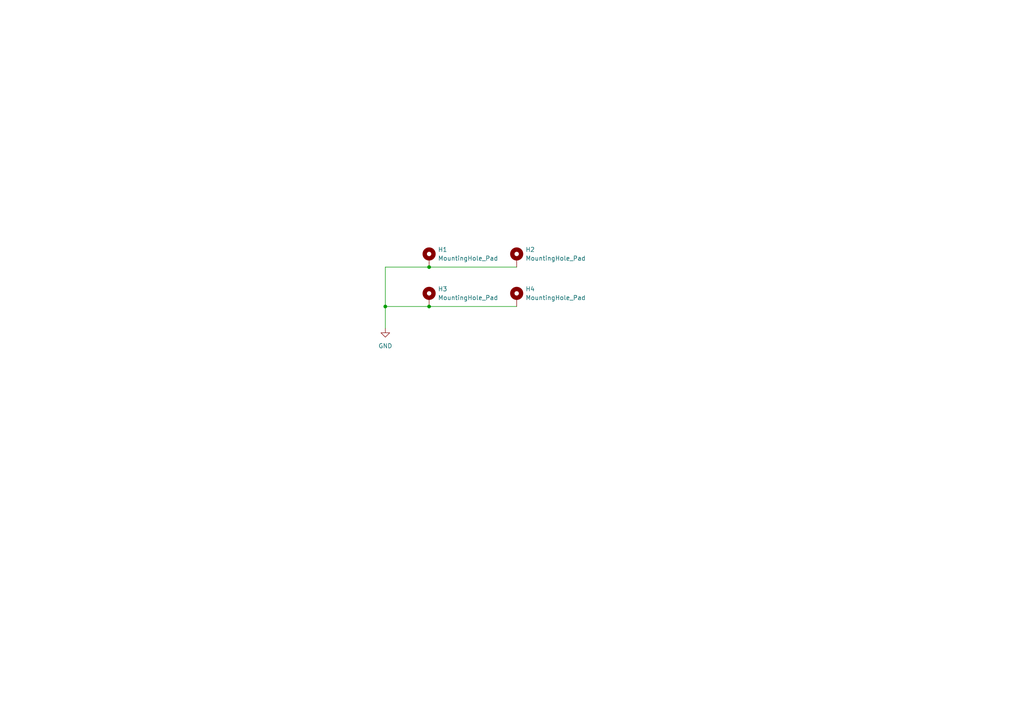
<source format=kicad_sch>
(kicad_sch (version 20250114) (generator "eeschema") (generator_version "9.0")
  (paper "A4")
  (title_block (title "${Project Designation}") (date "2024-06-30") (rev "${Revision}") (comment 1 "${Project Title}") (comment 2 "POWER") (comment 3 "${Part Number}"))
  (lib_symbols
    (symbol "Mechanical:MountingHole_Pad" (pin_numbers (hide yes)) (pin_names (offset 1.016) (hide yes)) (exclude_from_sim yes) (in_bom no)
      (property "Reference" "H" (at 0 6.35 0))
      (property "Value" "MountingHole_Pad" (at 0 4.445 0))
      (symbol "MountingHole_Pad_0_1"
        (circle (center 0 1.27) (radius 1.27) (stroke (width 1.27)))
      )
      (symbol "MountingHole_Pad_1_1"
        (pin input line (at 0 -2.54 90) (length 2.54) (name "1") (number "1"))
      )
    )
    (symbol "power:GND" (power) (pin_numbers (hide yes)) (pin_names (offset 0) (hide yes))
      (property "Value" "GND" (at 0 -3.81 0))
      (symbol "GND_0_1"
        (polyline (pts (xy 0 0) (xy 0 -1.27) (xy 1.27 -1.27) (xy 0 -2.54) (xy -1.27 -1.27) (xy 0 -1.27)))
      )
      (symbol "GND_1_1"
        (pin power_in line (at 0 0 270) (length 0) (name "~") (number "1"))
      )
    )
  )
  (junction (at 111.76 88.9))
  (junction (at 124.46 88.9))
  (junction (at 124.46 77.47))
  (wire (pts (xy 111.76 77.47) (xy 124.46 77.47)))
  (wire (pts (xy 111.76 88.9) (xy 124.46 88.9)))
  (wire (pts (xy 124.46 88.9) (xy 149.86 88.9)))
  (wire (pts (xy 111.76 95.25) (xy 111.76 88.9)))
  (wire (pts (xy 124.46 77.47) (xy 149.86 77.47)))
  (wire (pts (xy 111.76 88.9) (xy 111.76 77.47)))
  (symbol (lib_id "Mechanical:MountingHole_Pad") (at 149.86 86.36 0) (unit 1) (exclude_from_sim yes) (in_bom no)
    (property "Reference" "H4" (at 152.4 83.8199 0) (effects (justify left)))
    (property "Value" "MountingHole_Pad" (at 152.4 86.3599 0) (effects (justify left)))
    (property "Footprint" "MountingHole:MountingHole_2.2mm_M2_DIN965_Pad_TopBottom" (effects (hide yes)))
    (property "Description" "Mounting Hole with connection" (effects (hide yes)))
  )
  (symbol (lib_id "Mechanical:MountingHole_Pad") (at 124.46 86.36 0) (unit 1) (exclude_from_sim yes) (in_bom no)
    (property "Reference" "H3" (at 127 83.8199 0) (effects (justify left)))
    (property "Value" "MountingHole_Pad" (at 127 86.3599 0) (effects (justify left)))
    (property "Footprint" "MountingHole:MountingHole_2.2mm_M2_DIN965_Pad_TopBottom" (effects (hide yes)))
    (property "Description" "Mounting Hole with connection" (effects (hide yes)))
  )
  (symbol (lib_id "Mechanical:MountingHole_Pad") (at 149.86 74.93 0) (unit 1) (exclude_from_sim yes) (in_bom no)
    (property "Reference" "H2" (at 152.4 72.3899 0) (effects (justify left)))
    (property "Value" "MountingHole_Pad" (at 152.4 74.9299 0) (effects (justify left)))
    (property "Footprint" "MountingHole:MountingHole_2.2mm_M2_DIN965_Pad_TopBottom" (effects (hide yes)))
    (property "Description" "Mounting Hole with connection" (effects (hide yes)))
  )
  (symbol (lib_id "power:GND") (at 111.76 95.25 0) (unit 1)
    (property "Reference" "#PWR06" (effects (hide yes)))
    (property "Value" "GND" (at 111.76 100.33 0))
    (property "Description" "Power symbol creates a global label with name \"GND\" , ground" (effects (hide yes)))
  )
  (symbol (lib_id "Mechanical:MountingHole_Pad") (at 124.46 74.93 0) (unit 1) (exclude_from_sim yes) (in_bom no)
    (property "Reference" "H1" (at 127 72.3899 0) (effects (justify left)))
    (property "Value" "MountingHole_Pad" (at 127 74.9299 0) (effects (justify left)))
    (property "Footprint" "MountingHole:MountingHole_2.2mm_M2_DIN965_Pad_TopBottom" (effects (hide yes)))
    (property "Description" "Mounting Hole with connection" (effects (hide yes)))
  )
)
</source>
